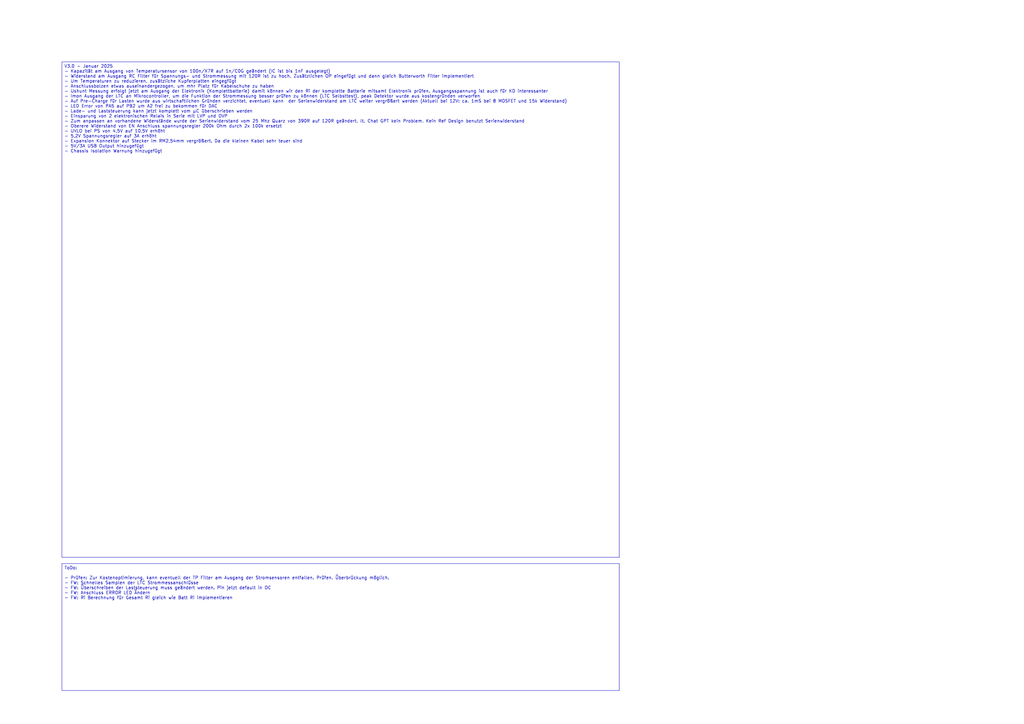
<source format=kicad_sch>
(kicad_sch
	(version 20250114)
	(generator "eeschema")
	(generator_version "9.0")
	(uuid "f2b21234-eee1-4f3d-ad7c-23f6122ca71a")
	(paper "A3")
	(lib_symbols)
	(text_box "V3.0 - Januar 2025\n- Kapazität am Ausgang von Temperatursensor von 100n/X7R auf 1n/C0G geändert (IC ist bis 1nF ausgelegt)\n- Widerstand am Ausgang RC Filter für Spannungs- und Strommessung mit 120R ist zu hoch. Zusätzlichen OP eingefügt und dann gleich Butterworth Filter implementiert\n- Um Temperaturen zu reduzieren, zusätzliche Kupferplatten eingegfügt\n- Anschlussbolzen etwas auseinandergezogen, um mhr Platz für Kabelschuhe zu haben\n- Ushunt Messung erfolgt jetzt am Ausgang der Elektronik (Komplettbatterie) damit können wir den Ri der komplette Batterie mitsamt Elektronik prüfen. Ausgangsspannung ist auch für KD interessanter\n- Imon Ausgang der LTC an Mikrocontroller, um die Funktion der Strommessung besser prüfen zu können (LTC Selbsttest), peak Detektor wurde aus kostengründen verworfen\n- Auf Pre-Charge für Lasten wurde aus wirtschaftlichen Gründen verzichtet, eventuell kann  der Serienwiderstand am LTC weiter vergrößert werden (Aktuell bei 12V: ca. 1mS bei 8 MOSFET und 15k Widerstand)\n- LED Error von PA5 auf PB2 um A2 frei zu bekommen für DAC\n- Lade- und Laststeuerung kann jetzt komplett vom µC überschrieben werden\n- Einsparung von 2 elektronischen Relais in Serie mit LVP und OVP\n- Zum anpassen an vorhandene Widerstände wurde der Serienwiderstand vom 25 Mhz Quarz von 390R auf 120R geändert. lt. Chat GPT kein Problem. Kein Ref Design benutzt Serienwiderstand\n- Oberere Widerstand von EN Anschluss spannungsregler 200k Ohm durch 2x 100k ersetzt\n- UVLO bei PS von 4,5V auf 10,5V erhöht\n- 5,2V Spannungsregler auf 3A erhöht\n- Expansion Konnektor auf Stecker im RM2,54mm vergrößert. Da die kleinen Kabel sehr teuer sind\n- 5V/3A USB Output hinzugefügt\n- Chassis Isolation Warnung hinzugefügt"
		(exclude_from_sim no)
		(at 25.4 25.4 0)
		(size 228.6 203.2)
		(margins 0.9525 0.9525 0.9525 0.9525)
		(stroke
			(width 0)
			(type solid)
		)
		(fill
			(type none)
		)
		(effects
			(font
				(size 1.27 1.27)
			)
			(justify left top)
		)
		(uuid "7f426a57-372d-473c-9a33-edb6f6c9e989")
	)
	(text_box "ToDo:\n\n- Prüfen: Zur Kostenoptimierung, kann eventuell der TP Filter am Ausgang der Stromsensoren entfallen. Prüfen. Überbrückung möglich.\n- FW: Schnelles Samplen der LTC Strommessanschlüsse\n- FW: Überschreiben der Laststeuerung muss geändert werden. Pin jetzt default in OC\n- FW; Anschluss ERROR LED Ändern\n- FW: Ri Berechnung für Gesamt Ri gleich wie Batt Ri implementieren"
		(exclude_from_sim no)
		(at 25.4 231.14 0)
		(size 228.6 52.07)
		(margins 0.9525 0.9525 0.9525 0.9525)
		(stroke
			(width 0)
			(type solid)
		)
		(fill
			(type none)
		)
		(effects
			(font
				(size 1.27 1.27)
			)
			(justify left top)
		)
		(uuid "d19e577f-0b7c-4777-883b-b3424b349a8b")
	)
)

</source>
